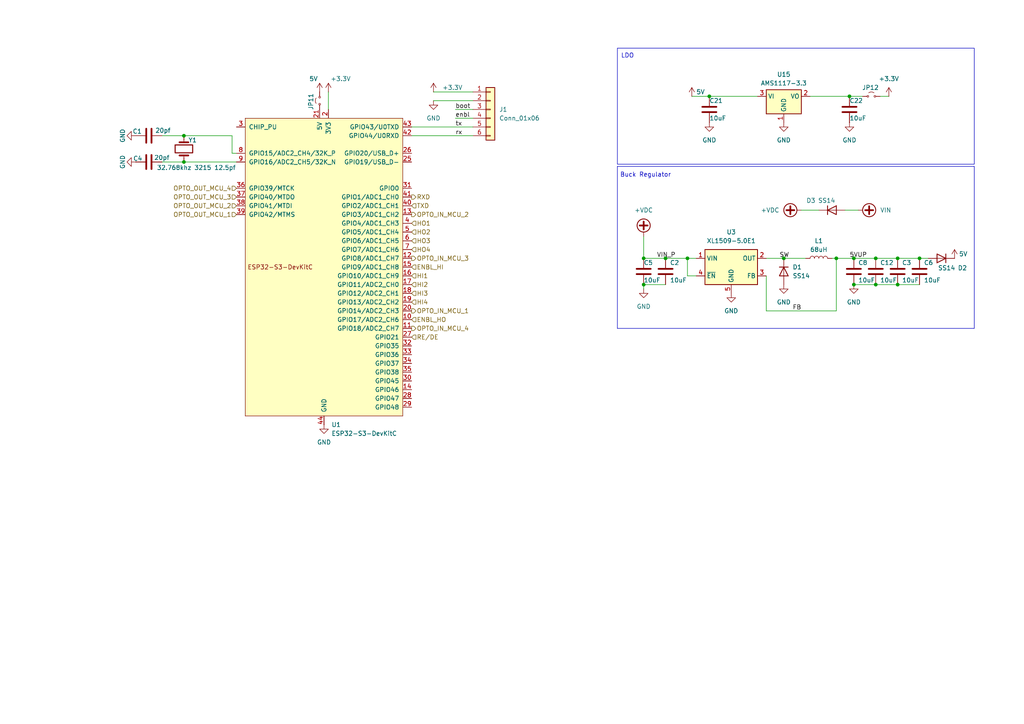
<source format=kicad_sch>
(kicad_sch (version 20250114) (generator "eeschema") (generator_version "9.0")
  (paper "A4")
  (lib_symbols
    (symbol "+VDC_1" (power) (pin_numbers (hide yes)) (pin_names (offset 0) (hide yes))
      (property "Value" "+VDC" (at 0 6.35 0))
      (symbol "+VDC_1_0_1"
        (polyline (pts (xy -1.143 3.175) (xy 1.143 3.175)) (stroke (width 0.508)))
        (circle (center 0 3.175) (radius 1.905) (stroke (width 0.254)))
        (polyline (pts (xy 0 2.032) (xy 0 4.318)) (stroke (width 0.508)))
        (polyline (pts (xy 0 0) (xy 0 1.27)))
      )
      (symbol "+VDC_1_1_1"
        (pin power_in line (at 0 0 90) (length 0) (name "~") (number "1"))
      )
    )
    (symbol "Connector_Generic:Conn_01x06" (pin_names (offset 1.016) (hide yes))
      (property "Reference" "J" (at 0 7.62 0))
      (property "Value" "Conn_01x06" (at 0 -10.16 0))
      (symbol "Conn_01x06_1_1"
        (rectangle (start -1.27 6.35) (end 1.27 -8.89) (stroke (width 0.254)) (fill (type background)))
        (rectangle (start -1.27 5.207) (end 0 4.953) (stroke (width 0.1524)))
        (rectangle (start -1.27 2.667) (end 0 2.413) (stroke (width 0.1524)))
        (rectangle (start -1.27 0.127) (end 0 -0.127) (stroke (width 0.1524)))
        (rectangle (start -1.27 -2.413) (end 0 -2.667) (stroke (width 0.1524)))
        (rectangle (start -1.27 -4.953) (end 0 -5.207) (stroke (width 0.1524)))
        (rectangle (start -1.27 -7.493) (end 0 -7.747) (stroke (width 0.1524)))
        (pin passive line (at -5.08 5.08 0) (length 3.81) (name "Pin_1") (number "1"))
        (pin passive line (at -5.08 2.54 0) (length 3.81) (name "Pin_2") (number "2"))
        (pin passive line (at -5.08 0 0) (length 3.81) (name "Pin_3") (number "3"))
        (pin passive line (at -5.08 -2.54 0) (length 3.81) (name "Pin_4") (number "4"))
        (pin passive line (at -5.08 -5.08 0) (length 3.81) (name "Pin_5") (number "5"))
        (pin passive line (at -5.08 -7.62 0) (length 3.81) (name "Pin_6") (number "6"))
      )
    )
    (symbol "Device:L" (pin_numbers (hide yes)) (pin_names (offset 1.016) (hide yes))
      (property "Reference" "L" (at -1.27 0 90))
      (property "Value" "L" (at 1.905 0 90))
      (symbol "L_0_1"
        (arc (start 0 2.54) (mid 0.6323 1.905) (end 0 1.27))
        (arc (start 0 1.27) (mid 0.6323 0.635) (end 0 0))
        (arc (start 0 0) (mid 0.6323 -0.635) (end 0 -1.27))
        (arc (start 0 -1.27) (mid 0.6323 -1.905) (end 0 -2.54))
      )
      (symbol "L_1_1"
        (pin passive line (at 0 3.81 270) (length 1.27) (name "1") (number "1"))
        (pin passive line (at 0 -3.81 90) (length 1.27) (name "2") (number "2"))
      )
    )
    (symbol "Jumper:Jumper_2_Small_Open" (pin_numbers (hide yes)) (pin_names (offset 0) (hide yes))
      (property "Reference" "JP" (at 0 2.794 0))
      (property "Value" "Jumper_2_Small_Open" (at 0 -2.286 0))
      (symbol "Jumper_2_Small_Open_0_0"
        (circle (center -1.016 0) (radius 0.254))
        (circle (center 1.016 0) (radius 0.254))
      )
      (symbol "Jumper_2_Small_Open_0_1"
        (arc (start -0.762 1.0196) (mid 0 1.2729) (end 0.762 1.0196))
      )
      (symbol "Jumper_2_Small_Open_1_1"
        (pin passive line (at -2.54 0 0) (length 1.27) (name "A") (number "1"))
        (pin passive line (at 2.54 0 180) (length 1.27) (name "B") (number "2"))
      )
    )
    (symbol "Library:1N4148WS" (pin_numbers (hide yes)) (pin_names (hide yes))
      (property "Reference" "D" (at 0 2.54 0))
      (property "Value" "1N4148WS" (at 0 -2.54 0))
      (symbol "1N4148WS_0_1"
        (polyline (pts (xy -1.27 1.27) (xy -1.27 -1.27)) (stroke (width 0.254)))
        (polyline (pts (xy 1.27 1.27) (xy 1.27 -1.27) (xy -1.27 0) (xy 1.27 1.27)) (stroke (width 0.254)))
        (polyline (pts (xy 1.27 0) (xy -1.27 0)))
      )
      (symbol "1N4148WS_1_1"
        (pin passive line (at -3.81 0 0) (length 2.54) (name "K") (number "1"))
        (pin passive line (at 3.81 0 180) (length 2.54) (name "A") (number "2"))
      )
    )
    (symbol "Library:C" (pin_numbers (hide yes)) (pin_names (offset 0.254))
      (property "Reference" "C" (at 0.635 2.54 0))
      (property "Value" "C" (at 0.635 -2.54 0))
      (symbol "C_0_1"
        (polyline (pts (xy -2.032 0.762) (xy 2.032 0.762)) (stroke (width 0.508)))
        (polyline (pts (xy -2.032 -0.762) (xy 2.032 -0.762)) (stroke (width 0.508)))
      )
      (symbol "C_1_1"
        (pin passive line (at 0 3.81 270) (length 2.794) (name "~") (number "1"))
        (pin passive line (at 0 -3.81 90) (length 2.794) (name "~") (number "2"))
      )
    )
    (symbol "Library:Crystal" (pin_numbers (hide yes)) (pin_names (offset 1.016) (hide yes))
      (property "Reference" "Y" (at 0 3.81 0))
      (property "Value" "Crystal" (at 0 -3.81 0))
      (symbol "Crystal_0_1"
        (polyline (pts (xy -2.54 0) (xy -1.905 0)))
        (polyline (pts (xy -1.905 -1.27) (xy -1.905 1.27)) (stroke (width 0.508)))
        (rectangle (start -1.143 2.54) (end 1.143 -2.54) (stroke (width 0.3048)))
        (polyline (pts (xy 1.905 -1.27) (xy 1.905 1.27)) (stroke (width 0.508)))
        (polyline (pts (xy 2.54 0) (xy 1.905 0)))
      )
      (symbol "Crystal_1_1"
        (pin passive line (at -3.81 0 0) (length 1.27) (name "1") (number "1"))
        (pin passive line (at 3.81 0 180) (length 1.27) (name "2") (number "2"))
      )
    )
    (symbol "PCM_Espressif:ESP32-S3-DevKitC" (pin_names (offset 1.016))
      (property "Reference" "U" (at -22.86 48.26 0))
      (property "Value" "ESP32-S3-DevKitC" (at -22.86 45.72 0))
      (symbol "ESP32-S3-DevKitC_0_0"
        (text "ESP32-S3-DevKitC" (at -12.7 0 0) (effects (font (size 1.27 1.27))))
        (pin bidirectional line (at -25.4 15.24 0) (length 2.54) (name "GPIO42/MTMS") (number "39"))
        (pin power_in line (at 0 -45.72 90) (length 2.54) (name "GND") (number "44"))
        (pin bidirectional line (at 25.4 40.64 180) (length 2.54) (name "GPIO43/U0TXD") (number "43"))
        (pin bidirectional line (at 25.4 38.1 180) (length 2.54) (name "GPIO44/U0RXD") (number "42"))
        (pin bidirectional line (at 25.4 20.32 180) (length 2.54) (name "GPIO1/ADC1_CH0") (number "41"))
        (pin bidirectional line (at 25.4 17.78 180) (length 2.54) (name "GPIO2/ADC1_CH1") (number "40"))
        (pin bidirectional line (at 25.4 -10.16 180) (length 2.54) (name "GPIO13/ADC2_CH2") (number "19"))
        (pin bidirectional line (at 25.4 -35.56 180) (length 2.54) (name "GPIO46") (number "14"))
      )
      (symbol "ESP32-S3-DevKitC_0_1"
        (rectangle (start -22.86 43.18) (end 22.86 -43.18) (fill (type background)))
        (pin power_in line (at 1.27 45.72 270) (length 2.54) (name "3V3") (number "2"))
      )
      (symbol "ESP32-S3-DevKitC_1_1"
        (pin input line (at -25.4 40.64 0) (length 2.54) (name "CHIP_PU") (number "3"))
        (pin bidirectional line (at -25.4 33.02 0) (length 2.54) (name "GPIO15/ADC2_CH4/32K_P") (number "8"))
        (pin bidirectional line (at -25.4 30.48 0) (length 2.54) (name "GPIO16/ADC2_CH5/32K_N") (number "9"))
        (pin bidirectional line (at -25.4 22.86 0) (length 2.54) (name "GPIO39/MTCK") (number "36"))
        (pin bidirectional line (at -25.4 20.32 0) (length 2.54) (name "GPIO40/MTDO") (number "37"))
        (pin bidirectional line (at -25.4 17.78 0) (length 2.54) (name "GPIO41/MTDI") (number "38"))
        (pin power_in line (at -1.27 45.72 270) (length 2.54) (name "5V") (number "21"))
        (pin passive line (at 0 -45.72 90) (length 2.54) (hide yes) (name "GND") (number "22"))
        (pin passive line (at 0 -45.72 90) (length 2.54) (hide yes) (name "GND") (number "23"))
        (pin passive line (at 0 -45.72 90) (length 2.54) (hide yes) (name "GND") (number "24"))
        (pin passive line (at 1.27 45.72 270) (length 2.54) (hide yes) (name "3V3") (number "1"))
        (pin bidirectional line (at 25.4 33.02 180) (length 2.54) (name "GPIO20/USB_D+") (number "26"))
        (pin bidirectional line (at 25.4 30.48 180) (length 2.54) (name "GPIO19/USB_D-") (number "25"))
        (pin bidirectional line (at 25.4 22.86 180) (length 2.54) (name "GPIO0") (number "31"))
        (pin bidirectional line (at 25.4 15.24 180) (length 2.54) (name "GPIO3/ADC1_CH2") (number "13"))
        (pin bidirectional line (at 25.4 12.7 180) (length 2.54) (name "GPIO4/ADC1_CH3") (number "4"))
        (pin bidirectional line (at 25.4 10.16 180) (length 2.54) (name "GPIO5/ADC1_CH4") (number "5"))
        (pin bidirectional line (at 25.4 7.62 180) (length 2.54) (name "GPIO6/ADC1_CH5") (number "6"))
        (pin bidirectional line (at 25.4 5.08 180) (length 2.54) (name "GPIO7/ADC1_CH6") (number "7"))
        (pin bidirectional line (at 25.4 2.54 180) (length 2.54) (name "GPIO8/ADC1_CH7") (number "12"))
        (pin bidirectional line (at 25.4 0 180) (length 2.54) (name "GPIO9/ADC1_CH8") (number "15"))
        (pin bidirectional line (at 25.4 -2.54 180) (length 2.54) (name "GPIO10/ADC1_CH9") (number "16"))
        (pin bidirectional line (at 25.4 -5.08 180) (length 2.54) (name "GPIO11/ADC2_CH0") (number "17"))
        (pin bidirectional line (at 25.4 -7.62 180) (length 2.54) (name "GPIO12/ADC2_CH1") (number "18"))
        (pin bidirectional line (at 25.4 -12.7 180) (length 2.54) (name "GPIO14/ADC2_CH3") (number "20"))
        (pin bidirectional line (at 25.4 -15.24 180) (length 2.54) (name "GPIO17/ADC2_CH6") (number "10"))
        (pin bidirectional line (at 25.4 -17.78 180) (length 2.54) (name "GPIO18/ADC2_CH7") (number "11"))
        (pin bidirectional line (at 25.4 -20.32 180) (length 2.54) (name "GPIO21") (number "27"))
        (pin bidirectional line (at 25.4 -22.86 180) (length 2.54) (name "GPIO35") (number "32"))
        (pin bidirectional line (at 25.4 -25.4 180) (length 2.54) (name "GPIO36") (number "33"))
        (pin bidirectional line (at 25.4 -27.94 180) (length 2.54) (name "GPIO37") (number "34"))
        (pin bidirectional line (at 25.4 -30.48 180) (length 2.54) (name "GPIO38") (number "35"))
        (pin bidirectional line (at 25.4 -33.02 180) (length 2.54) (name "GPIO45") (number "30"))
        (pin bidirectional line (at 25.4 -38.1 180) (length 2.54) (name "GPIO47") (number "28"))
        (pin bidirectional line (at 25.4 -40.64 180) (length 2.54) (name "GPIO48") (number "29"))
      )
    )
    (symbol "Regulator_Linear:AMS1117-3.3"
      (property "Reference" "U" (at -3.81 3.175 0))
      (property "Value" "AMS1117-3.3" (at 0 3.175 0))
      (symbol "AMS1117-3.3_0_1"
        (rectangle (start -5.08 -5.08) (end 5.08 1.905) (stroke (width 0.254)) (fill (type background)))
      )
      (symbol "AMS1117-3.3_1_1"
        (pin power_in line (at -7.62 0 0) (length 2.54) (name "VI") (number "3"))
        (pin power_in line (at 0 -7.62 90) (length 2.54) (name "GND") (number "1"))
        (pin power_out line (at 7.62 0 180) (length 2.54) (name "VO") (number "2"))
      )
    )
    (symbol "Regulator_Switching:XL1509-5.0"
      (property "Reference" "U" (at -7.112 6.096 0))
      (property "Value" "XL1509-5.0" (at 5.842 6.096 0))
      (symbol "XL1509-5.0_0_1"
        (rectangle (start -7.62 5.08) (end 7.62 -5.08) (stroke (width 0.254)) (fill (type background)))
      )
      (symbol "XL1509-5.0_1_1"
        (pin power_in line (at -10.16 2.54 0) (length 2.54) (name "VIN") (number "1"))
        (pin input line (at -10.16 -2.54 0) (length 2.54) (name "~{EN}") (number "4"))
        (pin power_in line (at 0 -7.62 90) (length 2.54) (name "GND") (number "5"))
        (pin passive line (at 0 -7.62 90) (length 2.54) (hide yes) (name "GND") (number "6"))
        (pin passive line (at 0 -7.62 90) (length 2.54) (hide yes) (name "GND") (number "7"))
        (pin passive line (at 0 -7.62 90) (length 2.54) (hide yes) (name "GND") (number "8"))
        (pin power_out line (at 10.16 2.54 180) (length 2.54) (name "OUT") (number "2"))
        (pin input line (at 10.16 -2.54 180) (length 2.54) (name "FB") (number "3"))
      )
    )
    (symbol "power:+3.3V" (power) (pin_numbers (hide yes)) (pin_names (offset 0) (hide yes))
      (property "Value" "+3.3V" (at 0 3.556 0))
      (symbol "+3.3V_0_1"
        (polyline (pts (xy -0.762 1.27) (xy 0 2.54)))
        (polyline (pts (xy 0 2.54) (xy 0.762 1.27)))
        (polyline (pts (xy 0 0) (xy 0 2.54)))
      )
      (symbol "+3.3V_1_1"
        (pin power_in line (at 0 0 90) (length 0) (name "~") (number "1"))
      )
    )
    (symbol "power:+VDC" (power) (pin_names (offset 0))
      (property "Value" "+VDC" (at 0 6.35 0))
      (symbol "+VDC_0_1"
        (polyline (pts (xy -1.143 3.175) (xy 1.143 3.175)) (stroke (width 0.508)))
        (circle (center 0 3.175) (radius 1.905) (stroke (width 0.254)))
        (polyline (pts (xy 0 2.032) (xy 0 4.318)) (stroke (width 0.508)))
        (polyline (pts (xy 0 0) (xy 0 1.27)))
      )
      (symbol "+VDC_1_1"
        (pin power_in line (at 0 0 90) (length 0) (hide yes) (name "+VDC") (number "1"))
      )
    )
    (symbol "power:GND" (power) (pin_numbers (hide yes)) (pin_names (offset 0) (hide yes))
      (property "Value" "GND" (at 0 -3.81 0))
      (symbol "GND_0_1"
        (polyline (pts (xy 0 0) (xy 0 -1.27) (xy 1.27 -1.27) (xy 0 -2.54) (xy -1.27 -1.27) (xy 0 -1.27)))
      )
      (symbol "GND_1_1"
        (pin power_in line (at 0 0 270) (length 0) (name "~") (number "1"))
      )
    )
  )
  (rectangle (start 179.07 13.97) (end 282.575 47.625))
  (text "Buck Regulator\n" (at 179.832 51.562 0) (effects (font (size 1.27 1.27)) (justify left bottom)))
  (text "LDO\n" (at 180.086 17.018 0) (effects (font (size 1.27 1.27)) (justify left bottom)))
  (junction (at 199.39 74.93))
  (junction (at 205.74 27.94))
  (junction (at 193.04 74.93))
  (junction (at 254 74.93))
  (junction (at 266.7 74.93))
  (junction (at 53.34 46.99))
  (junction (at 246.38 27.94))
  (junction (at 247.65 74.93))
  (junction (at 247.65 82.55))
  (junction (at 186.69 82.55))
  (junction (at 254 82.55))
  (junction (at 242.57 74.93))
  (junction (at 260.35 74.93))
  (junction (at 227.33 74.93))
  (junction (at 53.34 39.37))
  (junction (at 260.35 82.55))
  (junction (at 186.69 74.93))
  (polyline (pts (xy 282.575 48.26) (xy 282.575 95.25)))
  (wire (pts (xy 125.73 26.67) (xy 137.16 26.67)))
  (wire (pts (xy 222.25 90.17) (xy 222.25 80.01)))
  (polyline (pts (xy 282.575 95.25) (xy 179.07 95.25)))
  (wire (pts (xy 247.65 74.93) (xy 254 74.93)))
  (wire (pts (xy 232.41 60.96) (xy 237.49 60.96)))
  (wire (pts (xy 186.69 83.82) (xy 186.69 82.55)))
  (wire (pts (xy 119.38 39.37) (xy 137.16 39.37)))
  (wire (pts (xy 199.39 74.93) (xy 201.93 74.93)))
  (wire (pts (xy 260.35 82.55) (xy 266.7 82.55)))
  (wire (pts (xy 68.58 44.45) (xy 67.31 44.45)))
  (wire (pts (xy 227.33 74.93) (xy 233.68 74.93)))
  (wire (pts (xy 125.73 29.21) (xy 137.16 29.21)))
  (wire (pts (xy 242.57 74.93) (xy 242.57 90.17)))
  (wire (pts (xy 53.34 39.37) (xy 67.31 39.37)))
  (wire (pts (xy 53.34 46.99) (xy 68.58 46.99)))
  (wire (pts (xy 199.39 80.01) (xy 199.39 74.93)))
  (wire (pts (xy 95.25 26.67) (xy 95.25 31.75)))
  (wire (pts (xy 132.08 34.29) (xy 137.16 34.29)))
  (wire (pts (xy 257.81 27.94) (xy 255.27 27.94)))
  (wire (pts (xy 132.08 31.75) (xy 137.16 31.75)))
  (wire (pts (xy 260.35 74.93) (xy 266.7 74.93)))
  (wire (pts (xy 46.99 39.37) (xy 53.34 39.37)))
  (wire (pts (xy 234.95 27.94) (xy 246.38 27.94)))
  (wire (pts (xy 254 74.93) (xy 260.35 74.93)))
  (wire (pts (xy 193.04 74.93) (xy 199.39 74.93)))
  (wire (pts (xy 119.38 36.83) (xy 137.16 36.83)))
  (wire (pts (xy 242.57 74.93) (xy 247.65 74.93)))
  (wire (pts (xy 46.99 46.99) (xy 53.34 46.99)))
  (polyline (pts (xy 282.575 48.26) (xy 179.07 48.26)))
  (wire (pts (xy 186.69 68.58) (xy 186.69 74.93)))
  (wire (pts (xy 186.69 74.93) (xy 193.04 74.93)))
  (wire (pts (xy 67.31 44.45) (xy 67.31 39.37)))
  (wire (pts (xy 201.93 80.01) (xy 199.39 80.01)))
  (wire (pts (xy 200.66 27.94) (xy 205.74 27.94)))
  (wire (pts (xy 222.25 90.17) (xy 242.57 90.17)))
  (wire (pts (xy 222.25 74.93) (xy 227.33 74.93)))
  (wire (pts (xy 246.38 27.94) (xy 250.19 27.94)))
  (wire (pts (xy 254 82.55) (xy 260.35 82.55)))
  (wire (pts (xy 269.24 74.93) (xy 266.7 74.93)))
  (wire (pts (xy 241.3 74.93) (xy 242.57 74.93)))
  (polyline (pts (xy 179.07 48.26) (xy 179.07 95.25)))
  (wire (pts (xy 205.74 27.94) (xy 219.71 27.94)))
  (wire (pts (xy 247.65 82.55) (xy 254 82.55)))
  (wire (pts (xy 248.92 60.96) (xy 245.11 60.96)))
  (wire (pts (xy 186.69 82.55) (xy 193.04 82.55)))
  (label "tx" (at 132.08 36.83 0))
  (label "VIN_P" (at 190.5 74.93 0))
  (label "boot" (at 132.08 31.75 0))
  (label "SW" (at 226.06 74.93 0))
  (label "FB" (at 229.87 90.17 0))
  (label "enbl" (at 132.08 34.29 0))
  (label "rx" (at 132.08 39.37 0))
  (label "5VUP" (at 246.38 74.93 0))
  (hierarchical_label "RE{slash}DE" (shape input) (at 119.38 97.79 0))
  (hierarchical_label "HI4" (shape input) (at 119.38 87.63 0))
  (hierarchical_label "HI3" (shape input) (at 119.38 85.09 0))
  (hierarchical_label "HO3" (shape input) (at 119.38 69.85 0))
  (hierarchical_label "TXD" (shape input) (at 119.38 59.69 0))
  (hierarchical_label "OPTO_OUT_MCU_2" (shape input) (at 68.58 59.69 180))
  (hierarchical_label "OPTO_IN_MCU_4" (shape output) (at 119.38 95.25 0))
  (hierarchical_label "OPTO_IN_MCU_1" (shape output) (at 119.38 90.17 0))
  (hierarchical_label "OPTO_OUT_MCU_4" (shape input) (at 68.58 54.61 180))
  (hierarchical_label "OPTO_OUT_MCU_1" (shape input) (at 68.58 62.23 180))
  (hierarchical_label "HO1" (shape input) (at 119.38 64.77 0))
  (hierarchical_label "OPTO_IN_MCU_2" (shape output) (at 119.38 62.23 0))
  (hierarchical_label "HO4" (shape input) (at 119.38 72.39 0))
  (hierarchical_label "HI1" (shape input) (at 119.38 80.01 0))
  (hierarchical_label "ENBL_HI" (shape input) (at 119.38 77.47 0))
  (hierarchical_label "OPTO_OUT_MCU_3" (shape input) (at 68.58 57.15 180))
  (hierarchical_label "HO2" (shape input) (at 119.38 67.31 0))
  (hierarchical_label "RXD" (shape output) (at 119.38 57.15 0))
  (hierarchical_label "HI2" (shape input) (at 119.38 82.55 0))
  (hierarchical_label "OPTO_IN_MCU_3" (shape output) (at 119.38 74.93 0))
  (hierarchical_label "ENBL_HO" (shape input) (at 119.38 92.71 0))
  (symbol (lib_id "Library:C") (at 266.7 78.74 0) (unit 1)
    (property "Reference" "C6" (at 267.97 76.2 0) (effects (justify left)))
    (property "Value" "10uF" (at 267.97 81.28 0) (effects (justify left)))
    (property "Footprint" "Capacitor_SMD:C_1206_3216Metric" (effects (hide yes)))
    (property "LCSC Part #" "C13585" (effects (hide yes)))
  )
  (symbol (lib_id "Library:C") (at 254 78.74 0) (unit 1)
    (property "Reference" "C12" (at 255.27 76.2 0) (effects (justify left)))
    (property "Value" "10uF" (at 255.27 81.28 0) (effects (justify left)))
    (property "Footprint" "Capacitor_SMD:C_1206_3216Metric" (effects (hide yes)))
    (property "LCSC Part #" "C13585" (effects (hide yes)))
  )
  (symbol (lib_id "Library:C") (at 193.04 78.74 0) (unit 1)
    (property "Reference" "C2" (at 194.31 76.2 0) (effects (justify left)))
    (property "Value" "10uF" (at 194.31 81.28 0) (effects (justify left)))
    (property "Footprint" "Capacitor_SMD:C_1206_3216Metric" (effects (hide yes)))
    (property "LCSC Part #" "C13585" (effects (hide yes)))
  )
  (symbol (lib_id "power:+3.3V") (at 200.66 27.94 0) (unit 1)
    (property "Reference" "#PWR077" (effects (hide yes)))
    (property "Value" "5V" (at 201.93 26.67 0) (effects (justify left)))
  )
  (symbol (lib_id "power:+VDC") (at 232.41 60.96 90) (unit 1)
    (property "Reference" "#PWR058" (effects (hide yes)))
    (property "Value" "+VDC" (at 226.06 60.9599 90) (effects (justify left)))
  )
  (symbol (lib_id "Library:C") (at 43.18 46.99 270) (unit 1)
    (property "Reference" "C4" (at 38.608 45.974 90) (effects (justify left)))
    (property "Value" "20pf" (at 44.704 45.72 90) (effects (justify left)))
    (property "Footprint" "Resistor_SMD:R_0603_1608Metric" (effects (hide yes)))
    (property "LCSC Part #" "C1648" (effects (hide yes)))
  )
  (symbol (lib_id "Connector_Generic:Conn_01x06") (at 142.24 31.75 0) (unit 1)
    (property "Reference" "J1" (at 144.78 31.7499 0) (effects (justify left)))
    (property "Value" "Conn_01x06" (at 144.78 34.2899 0) (effects (justify left)))
    (property "Footprint" "Connector_PinHeader_2.54mm:PinHeader_1x06_P2.54mm_Vertical" (effects (hide yes)))
    (property "Description" "Generic connector, single row, 01x06, script generated (kicad-library-utils/schlib/autogen/connector/)" (effects (hide yes)))
  )
  (symbol (lib_id "power:GND") (at 39.37 46.99 270) (unit 1)
    (property "Reference" "#PWR09" (effects (hide yes)))
    (property "Value" "GND" (at 35.56 46.99 0))
  )
  (symbol (lib_id "Library:C") (at 260.35 78.74 0) (unit 1)
    (property "Reference" "C3" (at 261.62 76.2 0) (effects (justify left)))
    (property "Value" "10uF" (at 261.62 81.28 0) (effects (justify left)))
    (property "Footprint" "Capacitor_SMD:C_1206_3216Metric" (effects (hide yes)))
    (property "LCSC Part #" "C13585" (effects (hide yes)))
  )
  (symbol (lib_id "power:GND") (at 39.37 39.37 270) (unit 1)
    (property "Reference" "#PWR06" (effects (hide yes)))
    (property "Value" "GND" (at 35.56 39.37 0))
  )
  (symbol (lib_id "Device:L") (at 237.49 74.93 90) (unit 1)
    (property "Reference" "L1" (at 237.49 69.85 90))
    (property "Value" "68uH" (at 237.49 72.39 90))
    (property "Footprint" "Inductor_SMD:L_SOREDE_SNR.1050_10x10x5mm" (effects (hide yes)))
    (property "LCSC Part #" "C9187" (effects (hide yes)))
  )
  (symbol (lib_id "power:GND") (at 227.33 35.56 0) (unit 1)
    (property "Reference" "#PWR073" (effects (hide yes)))
    (property "Value" "GND" (at 227.33 40.64 0))
  )
  (symbol (lib_id "Library:C") (at 43.18 39.37 90) (unit 1)
    (property "Reference" "C1" (at 41.148 38.1 90) (effects (justify left)))
    (property "Value" "20pf" (at 49.53 37.846 90) (effects (justify left)))
    (property "Footprint" "Resistor_SMD:R_0603_1608Metric" (effects (hide yes)))
    (property "LCSC Part #" "C1648" (effects (hide yes)))
  )
  (symbol (lib_id "Library:C") (at 205.74 31.75 0) (unit 1)
    (property "Reference" "C21" (at 205.74 29.21 0) (effects (justify left)))
    (property "Value" "10uF" (at 205.74 34.29 0) (effects (justify left)))
    (property "Footprint" "Capacitor_SMD:C_1206_3216Metric" (effects (hide yes)))
    (property "LCSC Part #" "C13585" (effects (hide yes)))
  )
  (symbol (lib_id "Jumper:Jumper_2_Small_Open") (at 92.71 29.21 90) (unit 1) (in_bom no)
    (property "Reference" "JP11" (at 90.17 29.464 0))
    (property "Value" "Jumper_2_Small_Open" (effects (hide yes)))
    (property "Footprint" "TestPoint:TestPoint_2Pads_Pitch2.54mm_Drill0.8mm" (effects (hide yes)))
    (property "Description" "Jumper, 2-pole, small symbol, open" (effects (hide yes)))
  )
  (symbol (lib_id "power:GND") (at 205.74 35.56 0) (unit 1)
    (property "Reference" "#PWR072" (effects (hide yes)))
    (property "Value" "GND" (at 205.74 40.64 0))
  )
  (symbol (lib_id "Jumper:Jumper_2_Small_Open") (at 252.73 27.94 0) (unit 1) (in_bom no)
    (property "Reference" "JP12" (at 252.476 25.4 0))
    (property "Value" "Jumper_2_Small_Open" (effects (hide yes)))
    (property "Footprint" "TestPoint:TestPoint_2Pads_Pitch2.54mm_Drill0.8mm" (effects (hide yes)))
    (property "Description" "Jumper, 2-pole, small symbol, open" (effects (hide yes)))
  )
  (symbol (lib_id "power:GND") (at 246.38 35.56 0) (unit 1)
    (property "Reference" "#PWR074" (effects (hide yes)))
    (property "Value" "GND" (at 246.38 40.64 0))
  )
  (symbol (lib_id "PCM_Espressif:ESP32-S3-DevKitC") (at 93.98 77.47 0) (unit 1) (in_bom no)
    (property "Reference" "U1" (at 96.1233 123.19 0) (effects (justify left)))
    (property "Value" "ESP32-S3-DevKitC" (at 96.1233 125.73 0) (effects (justify left)))
    (property "Footprint" "PCM_Espressif:ESP32-S3-DevKitC" (effects (hide yes)))
    (property "Description" "ESP32-S3-DevKitC" (effects (hide yes)))
  )
  (symbol (lib_id "Library:C") (at 247.65 78.74 0) (unit 1)
    (property "Reference" "C8" (at 248.92 76.2 0) (effects (justify left)))
    (property "Value" "10uF" (at 248.92 81.28 0) (effects (justify left)))
    (property "Footprint" "Capacitor_SMD:C_1206_3216Metric" (effects (hide yes)))
    (property "LCSC Part #" "C13585" (effects (hide yes)))
  )
  (symbol (lib_id "Library:1N4148WS") (at 227.33 78.74 270) (unit 1)
    (property "Reference" "D1" (at 229.87 77.4699 90) (effects (justify left)))
    (property "Value" "SS14" (at 229.87 80.0099 90) (effects (justify left)))
    (property "Footprint" "Diode_SMD:D_SMA" (effects (hide yes)))
    (property "Datasheet" "https://jlcpcb.com/api/file/downloadByFileSystemAccessId/8579710789139152896" (effects (hide yes)))
    (property "Description" "40v 1A" (effects (hide yes)))
    (property "LCSC Part #" "C2480" (effects (hide yes)))
  )
  (symbol (lib_id "Regulator_Linear:AMS1117-3.3") (at 227.33 27.94 0) (unit 1)
    (property "Reference" "U15" (at 227.33 21.59 0))
    (property "Value" "AMS1117-3.3" (at 227.33 24.13 0))
    (property "Footprint" "Package_TO_SOT_SMD:SOT-223-3_TabPin2" (effects (hide yes)))
    (property "Datasheet" "http://www.advanced-monolithic.com/pdf/ds1117.pdf" (effects (hide yes)))
    (property "Description" "1A Low Dropout regulator, positive, 3.3V fixed output, SOT-223" (effects (hide yes)))
    (property "LCSC Part #" "C6186" (effects (hide yes)))
  )
  (symbol (lib_id "power:GND") (at 186.69 83.82 0) (unit 1)
    (property "Reference" "#PWR014" (effects (hide yes)))
    (property "Value" "GND" (at 186.69 88.9 0))
  )
  (symbol (lib_id "power:GND") (at 212.09 85.09 0) (unit 1)
    (property "Reference" "#PWR08" (effects (hide yes)))
    (property "Value" "GND" (at 212.09 90.17 0))
  )
  (symbol (lib_id "power:GND") (at 227.33 82.55 0) (unit 1)
    (property "Reference" "#PWR013" (effects (hide yes)))
    (property "Value" "GND" (at 227.33 87.63 0))
  )
  (symbol (lib_id "power:+3.3V") (at 95.25 26.67 0) (unit 1)
    (property "Reference" "#PWR062" (effects (hide yes)))
    (property "Value" "+3.3V" (at 98.806 22.86 0))
    (property "Description" "Power symbol creates a global label with name \"+3.3V\"" (effects (hide yes)))
  )
  (symbol (lib_id "power:+3.3V") (at 276.86 74.93 0) (unit 1)
    (property "Reference" "#PWR011" (effects (hide yes)))
    (property "Value" "5V" (at 278.13 73.66 0) (effects (justify left)))
  )
  (symbol (lib_id "Library:C") (at 246.38 31.75 0) (unit 1)
    (property "Reference" "C22" (at 246.38 29.21 0) (effects (justify left)))
    (property "Value" "10uF" (at 246.38 34.29 0) (effects (justify left)))
    (property "Footprint" "Capacitor_SMD:C_1206_3216Metric" (effects (hide yes)))
    (property "LCSC Part #" "C13585" (effects (hide yes)))
  )
  (symbol (lib_id "power:+3.3V") (at 92.71 26.67 0) (mirror y) (unit 1)
    (property "Reference" "#PWR01" (effects (hide yes)))
    (property "Value" "5V" (at 92.202 22.86 0) (effects (justify left)))
  )
  (symbol (lib_id "Library:C") (at 186.69 78.74 0) (unit 1)
    (property "Reference" "C5" (at 186.69 76.2 0) (effects (justify left)))
    (property "Value" "10uF" (at 186.69 81.28 0) (effects (justify left)))
    (property "Footprint" "Capacitor_SMD:C_1206_3216Metric" (effects (hide yes)))
    (property "LCSC Part #" "C13585" (effects (hide yes)))
  )
  (symbol (lib_id "Library:1N4148WS") (at 273.05 74.93 180) (unit 1)
    (property "Reference" "D2" (at 279.146 77.724 0))
    (property "Value" "SS14" (at 274.574 77.724 0))
    (property "Footprint" "Diode_SMD:D_SMA" (effects (hide yes)))
    (property "Datasheet" "https://jlcpcb.com/api/file/downloadByFileSystemAccessId/8579710789139152896" (effects (hide yes)))
    (property "Description" "40v 1A" (effects (hide yes)))
    (property "LCSC Part #" "C2480" (effects (hide yes)))
  )
  (symbol (lib_name "+VDC_1") (lib_id "power:+VDC") (at 248.92 60.96 270) (unit 1)
    (property "Reference" "#PWR057" (effects (hide yes)))
    (property "Value" "VIN" (at 255.27 60.9599 90) (effects (justify left)))
    (property "Description" "Power symbol creates a global label with name \"+VDC\"" (effects (hide yes)))
  )
  (symbol (lib_id "Library:Crystal") (at 53.34 43.18 90) (unit 1)
    (property "Reference" "Y1" (at 54.61 40.64 90) (effects (justify right)))
    (property "Value" "32.768khz 3215 12.5pf" (at 45.477 48.6194 90) (effects (justify right)))
    (property "Footprint" "Crystal:Crystal_SMD_3215-2Pin_3.2x1.5mm" (effects (hide yes)))
    (property "Datasheet" "https://datasheet.lcsc.com/lcsc/1810171817_Seiko-Epson-Q13FC1350000400_C32346.pdf" (effects (hide yes)))
    (property "LCSC Part #" "C32346" (effects (hide yes)))
  )
  (symbol (lib_id "power:+3.3V") (at 257.81 27.94 0) (unit 1)
    (property "Reference" "#PWR078" (effects (hide yes)))
    (property "Value" "+3.3V" (at 257.81 22.86 0))
    (property "Description" "Power symbol creates a global label with name \"+3.3V\"" (effects (hide yes)))
  )
  (symbol (lib_id "power:GND") (at 93.98 123.19 0) (unit 1)
    (property "Reference" "#PWR010" (effects (hide yes)))
    (property "Value" "GND" (at 93.98 128.27 0))
    (property "Description" "Power symbol creates a global label with name \"GND\" , ground" (effects (hide yes)))
  )
  (symbol (lib_id "Library:1N4148WS") (at 241.3 60.96 0) (unit 1)
    (property "Reference" "D3" (at 235.204 58.166 0))
    (property "Value" "SS14" (at 239.776 58.166 0))
    (property "Footprint" "Diode_SMD:D_SMA" (effects (hide yes)))
    (property "Datasheet" "https://jlcpcb.com/api/file/downloadByFileSystemAccessId/8579710789139152896" (effects (hide yes)))
    (property "Description" "40v 1A" (effects (hide yes)))
    (property "LCSC Part #" "C2480" (effects (hide yes)))
  )
  (symbol (lib_id "power:+VDC") (at 186.69 68.58 0) (unit 1)
    (property "Reference" "#PWR07" (effects (hide yes)))
    (property "Value" "+VDC" (at 186.69 60.96 0))
  )
  (symbol (lib_id "Regulator_Switching:XL1509-5.0") (at 212.09 77.47 0) (unit 1)
    (property "Reference" "U3" (at 212.09 67.31 0))
    (property "Value" "XL1509-5.0E1" (at 212.09 69.85 0))
    (property "Footprint" "Package_SO:SOIC-8_3.9x4.9mm_P1.27mm" (effects (hide yes)))
    (property "Datasheet" "https://datasheet.lcsc.com/lcsc/1809050422_XLSEMI-XL1509-5-0E1_C61063.pdf" (effects (hide yes)))
    (property "Description" "Buck DC/DC Converter, 2A, 5V Output Voltage, 7-40V Input Voltage" (effects (hide yes)))
    (property "LCSC Part #" "C61063" (effects (hide yes)))
  )
  (symbol (lib_id "power:GND") (at 247.65 82.55 0) (unit 1)
    (property "Reference" "#PWR017" (effects (hide yes)))
    (property "Value" "GND" (at 247.65 87.63 0))
  )
  (symbol (lib_id "power:GND") (at 125.73 29.21 0) (unit 1)
    (property "Reference" "#PWR05" (effects (hide yes)))
    (property "Value" "GND" (at 125.73 34.29 0))
    (property "Description" "Power symbol creates a global label with name \"GND\" , ground" (effects (hide yes)))
  )
  (symbol (lib_id "power:+3.3V") (at 125.73 26.67 0) (unit 1)
    (property "Reference" "#PWR04" (effects (hide yes)))
    (property "Value" "+3.3V" (at 128.27 25.3999 0) (effects (justify left)))
  )
)
</source>
